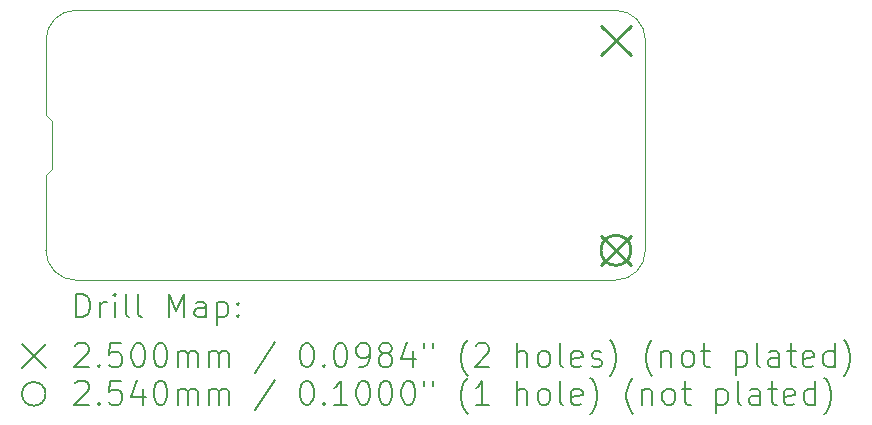
<source format=gbr>
%TF.GenerationSoftware,KiCad,Pcbnew,8.0.4-8.0.4-0~ubuntu22.04.1*%
%TF.CreationDate,2024-08-18T15:20:48-07:00*%
%TF.ProjectId,feather_M4_express,66656174-6865-4725-9f4d-345f65787072,rev?*%
%TF.SameCoordinates,Original*%
%TF.FileFunction,Drillmap*%
%TF.FilePolarity,Positive*%
%FSLAX45Y45*%
G04 Gerber Fmt 4.5, Leading zero omitted, Abs format (unit mm)*
G04 Created by KiCad (PCBNEW 8.0.4-8.0.4-0~ubuntu22.04.1) date 2024-08-18 15:20:48*
%MOMM*%
%LPD*%
G01*
G04 APERTURE LIST*
%ADD10C,0.050000*%
%ADD11C,0.200000*%
%ADD12C,0.250000*%
%ADD13C,0.254000*%
G04 APERTURE END LIST*
D10*
X20431025Y-12874525D02*
X20431025Y-13509525D01*
X20431025Y-13509525D02*
X20481825Y-13560325D01*
X20431025Y-14017525D02*
X20431025Y-14652525D01*
X20481825Y-13560325D02*
X20481825Y-13966725D01*
X20481825Y-13966725D02*
X20431025Y-14017525D01*
X20685025Y-14906525D02*
X25253415Y-14906525D01*
X25253415Y-12620525D02*
X20685025Y-12620525D01*
X25507415Y-14652525D02*
X25507415Y-12874525D01*
X20431025Y-12874525D02*
G75*
G02*
X20685025Y-12620525I254000J0D01*
G01*
X20685025Y-14906525D02*
G75*
G02*
X20431025Y-14652525I0J254000D01*
G01*
X25253415Y-12620525D02*
G75*
G02*
X25507415Y-12874525I0J-254000D01*
G01*
X25507415Y-14652525D02*
G75*
G02*
X25253415Y-14906525I-254000J0D01*
G01*
D11*
D12*
X25132760Y-12750260D02*
X25382760Y-13000260D01*
X25382760Y-12750260D02*
X25132760Y-13000260D01*
X25132760Y-14528260D02*
X25382760Y-14778260D01*
X25382760Y-14528260D02*
X25132760Y-14778260D01*
D13*
X25384760Y-14653260D02*
G75*
G02*
X25130760Y-14653260I-127000J0D01*
G01*
X25130760Y-14653260D02*
G75*
G02*
X25384760Y-14653260I127000J0D01*
G01*
D11*
X20689302Y-15220509D02*
X20689302Y-15020509D01*
X20689302Y-15020509D02*
X20736921Y-15020509D01*
X20736921Y-15020509D02*
X20765492Y-15030033D01*
X20765492Y-15030033D02*
X20784540Y-15049080D01*
X20784540Y-15049080D02*
X20794064Y-15068128D01*
X20794064Y-15068128D02*
X20803588Y-15106223D01*
X20803588Y-15106223D02*
X20803588Y-15134795D01*
X20803588Y-15134795D02*
X20794064Y-15172890D01*
X20794064Y-15172890D02*
X20784540Y-15191937D01*
X20784540Y-15191937D02*
X20765492Y-15210985D01*
X20765492Y-15210985D02*
X20736921Y-15220509D01*
X20736921Y-15220509D02*
X20689302Y-15220509D01*
X20889302Y-15220509D02*
X20889302Y-15087175D01*
X20889302Y-15125271D02*
X20898826Y-15106223D01*
X20898826Y-15106223D02*
X20908350Y-15096699D01*
X20908350Y-15096699D02*
X20927397Y-15087175D01*
X20927397Y-15087175D02*
X20946445Y-15087175D01*
X21013111Y-15220509D02*
X21013111Y-15087175D01*
X21013111Y-15020509D02*
X21003588Y-15030033D01*
X21003588Y-15030033D02*
X21013111Y-15039556D01*
X21013111Y-15039556D02*
X21022635Y-15030033D01*
X21022635Y-15030033D02*
X21013111Y-15020509D01*
X21013111Y-15020509D02*
X21013111Y-15039556D01*
X21136921Y-15220509D02*
X21117873Y-15210985D01*
X21117873Y-15210985D02*
X21108350Y-15191937D01*
X21108350Y-15191937D02*
X21108350Y-15020509D01*
X21241683Y-15220509D02*
X21222635Y-15210985D01*
X21222635Y-15210985D02*
X21213111Y-15191937D01*
X21213111Y-15191937D02*
X21213111Y-15020509D01*
X21470254Y-15220509D02*
X21470254Y-15020509D01*
X21470254Y-15020509D02*
X21536921Y-15163366D01*
X21536921Y-15163366D02*
X21603588Y-15020509D01*
X21603588Y-15020509D02*
X21603588Y-15220509D01*
X21784540Y-15220509D02*
X21784540Y-15115747D01*
X21784540Y-15115747D02*
X21775016Y-15096699D01*
X21775016Y-15096699D02*
X21755969Y-15087175D01*
X21755969Y-15087175D02*
X21717873Y-15087175D01*
X21717873Y-15087175D02*
X21698826Y-15096699D01*
X21784540Y-15210985D02*
X21765492Y-15220509D01*
X21765492Y-15220509D02*
X21717873Y-15220509D01*
X21717873Y-15220509D02*
X21698826Y-15210985D01*
X21698826Y-15210985D02*
X21689302Y-15191937D01*
X21689302Y-15191937D02*
X21689302Y-15172890D01*
X21689302Y-15172890D02*
X21698826Y-15153842D01*
X21698826Y-15153842D02*
X21717873Y-15144318D01*
X21717873Y-15144318D02*
X21765492Y-15144318D01*
X21765492Y-15144318D02*
X21784540Y-15134795D01*
X21879778Y-15087175D02*
X21879778Y-15287175D01*
X21879778Y-15096699D02*
X21898826Y-15087175D01*
X21898826Y-15087175D02*
X21936921Y-15087175D01*
X21936921Y-15087175D02*
X21955969Y-15096699D01*
X21955969Y-15096699D02*
X21965492Y-15106223D01*
X21965492Y-15106223D02*
X21975016Y-15125271D01*
X21975016Y-15125271D02*
X21975016Y-15182414D01*
X21975016Y-15182414D02*
X21965492Y-15201461D01*
X21965492Y-15201461D02*
X21955969Y-15210985D01*
X21955969Y-15210985D02*
X21936921Y-15220509D01*
X21936921Y-15220509D02*
X21898826Y-15220509D01*
X21898826Y-15220509D02*
X21879778Y-15210985D01*
X22060731Y-15201461D02*
X22070254Y-15210985D01*
X22070254Y-15210985D02*
X22060731Y-15220509D01*
X22060731Y-15220509D02*
X22051207Y-15210985D01*
X22051207Y-15210985D02*
X22060731Y-15201461D01*
X22060731Y-15201461D02*
X22060731Y-15220509D01*
X22060731Y-15096699D02*
X22070254Y-15106223D01*
X22070254Y-15106223D02*
X22060731Y-15115747D01*
X22060731Y-15115747D02*
X22051207Y-15106223D01*
X22051207Y-15106223D02*
X22060731Y-15096699D01*
X22060731Y-15096699D02*
X22060731Y-15115747D01*
X20228525Y-15449025D02*
X20428525Y-15649025D01*
X20428525Y-15449025D02*
X20228525Y-15649025D01*
X20679778Y-15459556D02*
X20689302Y-15450033D01*
X20689302Y-15450033D02*
X20708350Y-15440509D01*
X20708350Y-15440509D02*
X20755969Y-15440509D01*
X20755969Y-15440509D02*
X20775016Y-15450033D01*
X20775016Y-15450033D02*
X20784540Y-15459556D01*
X20784540Y-15459556D02*
X20794064Y-15478604D01*
X20794064Y-15478604D02*
X20794064Y-15497652D01*
X20794064Y-15497652D02*
X20784540Y-15526223D01*
X20784540Y-15526223D02*
X20670254Y-15640509D01*
X20670254Y-15640509D02*
X20794064Y-15640509D01*
X20879778Y-15621461D02*
X20889302Y-15630985D01*
X20889302Y-15630985D02*
X20879778Y-15640509D01*
X20879778Y-15640509D02*
X20870254Y-15630985D01*
X20870254Y-15630985D02*
X20879778Y-15621461D01*
X20879778Y-15621461D02*
X20879778Y-15640509D01*
X21070254Y-15440509D02*
X20975016Y-15440509D01*
X20975016Y-15440509D02*
X20965492Y-15535747D01*
X20965492Y-15535747D02*
X20975016Y-15526223D01*
X20975016Y-15526223D02*
X20994064Y-15516699D01*
X20994064Y-15516699D02*
X21041683Y-15516699D01*
X21041683Y-15516699D02*
X21060731Y-15526223D01*
X21060731Y-15526223D02*
X21070254Y-15535747D01*
X21070254Y-15535747D02*
X21079778Y-15554795D01*
X21079778Y-15554795D02*
X21079778Y-15602414D01*
X21079778Y-15602414D02*
X21070254Y-15621461D01*
X21070254Y-15621461D02*
X21060731Y-15630985D01*
X21060731Y-15630985D02*
X21041683Y-15640509D01*
X21041683Y-15640509D02*
X20994064Y-15640509D01*
X20994064Y-15640509D02*
X20975016Y-15630985D01*
X20975016Y-15630985D02*
X20965492Y-15621461D01*
X21203588Y-15440509D02*
X21222635Y-15440509D01*
X21222635Y-15440509D02*
X21241683Y-15450033D01*
X21241683Y-15450033D02*
X21251207Y-15459556D01*
X21251207Y-15459556D02*
X21260731Y-15478604D01*
X21260731Y-15478604D02*
X21270254Y-15516699D01*
X21270254Y-15516699D02*
X21270254Y-15564318D01*
X21270254Y-15564318D02*
X21260731Y-15602414D01*
X21260731Y-15602414D02*
X21251207Y-15621461D01*
X21251207Y-15621461D02*
X21241683Y-15630985D01*
X21241683Y-15630985D02*
X21222635Y-15640509D01*
X21222635Y-15640509D02*
X21203588Y-15640509D01*
X21203588Y-15640509D02*
X21184540Y-15630985D01*
X21184540Y-15630985D02*
X21175016Y-15621461D01*
X21175016Y-15621461D02*
X21165492Y-15602414D01*
X21165492Y-15602414D02*
X21155969Y-15564318D01*
X21155969Y-15564318D02*
X21155969Y-15516699D01*
X21155969Y-15516699D02*
X21165492Y-15478604D01*
X21165492Y-15478604D02*
X21175016Y-15459556D01*
X21175016Y-15459556D02*
X21184540Y-15450033D01*
X21184540Y-15450033D02*
X21203588Y-15440509D01*
X21394064Y-15440509D02*
X21413112Y-15440509D01*
X21413112Y-15440509D02*
X21432159Y-15450033D01*
X21432159Y-15450033D02*
X21441683Y-15459556D01*
X21441683Y-15459556D02*
X21451207Y-15478604D01*
X21451207Y-15478604D02*
X21460731Y-15516699D01*
X21460731Y-15516699D02*
X21460731Y-15564318D01*
X21460731Y-15564318D02*
X21451207Y-15602414D01*
X21451207Y-15602414D02*
X21441683Y-15621461D01*
X21441683Y-15621461D02*
X21432159Y-15630985D01*
X21432159Y-15630985D02*
X21413112Y-15640509D01*
X21413112Y-15640509D02*
X21394064Y-15640509D01*
X21394064Y-15640509D02*
X21375016Y-15630985D01*
X21375016Y-15630985D02*
X21365492Y-15621461D01*
X21365492Y-15621461D02*
X21355969Y-15602414D01*
X21355969Y-15602414D02*
X21346445Y-15564318D01*
X21346445Y-15564318D02*
X21346445Y-15516699D01*
X21346445Y-15516699D02*
X21355969Y-15478604D01*
X21355969Y-15478604D02*
X21365492Y-15459556D01*
X21365492Y-15459556D02*
X21375016Y-15450033D01*
X21375016Y-15450033D02*
X21394064Y-15440509D01*
X21546445Y-15640509D02*
X21546445Y-15507175D01*
X21546445Y-15526223D02*
X21555969Y-15516699D01*
X21555969Y-15516699D02*
X21575016Y-15507175D01*
X21575016Y-15507175D02*
X21603588Y-15507175D01*
X21603588Y-15507175D02*
X21622635Y-15516699D01*
X21622635Y-15516699D02*
X21632159Y-15535747D01*
X21632159Y-15535747D02*
X21632159Y-15640509D01*
X21632159Y-15535747D02*
X21641683Y-15516699D01*
X21641683Y-15516699D02*
X21660731Y-15507175D01*
X21660731Y-15507175D02*
X21689302Y-15507175D01*
X21689302Y-15507175D02*
X21708350Y-15516699D01*
X21708350Y-15516699D02*
X21717873Y-15535747D01*
X21717873Y-15535747D02*
X21717873Y-15640509D01*
X21813112Y-15640509D02*
X21813112Y-15507175D01*
X21813112Y-15526223D02*
X21822635Y-15516699D01*
X21822635Y-15516699D02*
X21841683Y-15507175D01*
X21841683Y-15507175D02*
X21870254Y-15507175D01*
X21870254Y-15507175D02*
X21889302Y-15516699D01*
X21889302Y-15516699D02*
X21898826Y-15535747D01*
X21898826Y-15535747D02*
X21898826Y-15640509D01*
X21898826Y-15535747D02*
X21908350Y-15516699D01*
X21908350Y-15516699D02*
X21927397Y-15507175D01*
X21927397Y-15507175D02*
X21955969Y-15507175D01*
X21955969Y-15507175D02*
X21975016Y-15516699D01*
X21975016Y-15516699D02*
X21984540Y-15535747D01*
X21984540Y-15535747D02*
X21984540Y-15640509D01*
X22375016Y-15430985D02*
X22203588Y-15688128D01*
X22632159Y-15440509D02*
X22651207Y-15440509D01*
X22651207Y-15440509D02*
X22670254Y-15450033D01*
X22670254Y-15450033D02*
X22679778Y-15459556D01*
X22679778Y-15459556D02*
X22689302Y-15478604D01*
X22689302Y-15478604D02*
X22698826Y-15516699D01*
X22698826Y-15516699D02*
X22698826Y-15564318D01*
X22698826Y-15564318D02*
X22689302Y-15602414D01*
X22689302Y-15602414D02*
X22679778Y-15621461D01*
X22679778Y-15621461D02*
X22670254Y-15630985D01*
X22670254Y-15630985D02*
X22651207Y-15640509D01*
X22651207Y-15640509D02*
X22632159Y-15640509D01*
X22632159Y-15640509D02*
X22613112Y-15630985D01*
X22613112Y-15630985D02*
X22603588Y-15621461D01*
X22603588Y-15621461D02*
X22594064Y-15602414D01*
X22594064Y-15602414D02*
X22584540Y-15564318D01*
X22584540Y-15564318D02*
X22584540Y-15516699D01*
X22584540Y-15516699D02*
X22594064Y-15478604D01*
X22594064Y-15478604D02*
X22603588Y-15459556D01*
X22603588Y-15459556D02*
X22613112Y-15450033D01*
X22613112Y-15450033D02*
X22632159Y-15440509D01*
X22784540Y-15621461D02*
X22794064Y-15630985D01*
X22794064Y-15630985D02*
X22784540Y-15640509D01*
X22784540Y-15640509D02*
X22775016Y-15630985D01*
X22775016Y-15630985D02*
X22784540Y-15621461D01*
X22784540Y-15621461D02*
X22784540Y-15640509D01*
X22917873Y-15440509D02*
X22936921Y-15440509D01*
X22936921Y-15440509D02*
X22955969Y-15450033D01*
X22955969Y-15450033D02*
X22965493Y-15459556D01*
X22965493Y-15459556D02*
X22975016Y-15478604D01*
X22975016Y-15478604D02*
X22984540Y-15516699D01*
X22984540Y-15516699D02*
X22984540Y-15564318D01*
X22984540Y-15564318D02*
X22975016Y-15602414D01*
X22975016Y-15602414D02*
X22965493Y-15621461D01*
X22965493Y-15621461D02*
X22955969Y-15630985D01*
X22955969Y-15630985D02*
X22936921Y-15640509D01*
X22936921Y-15640509D02*
X22917873Y-15640509D01*
X22917873Y-15640509D02*
X22898826Y-15630985D01*
X22898826Y-15630985D02*
X22889302Y-15621461D01*
X22889302Y-15621461D02*
X22879778Y-15602414D01*
X22879778Y-15602414D02*
X22870254Y-15564318D01*
X22870254Y-15564318D02*
X22870254Y-15516699D01*
X22870254Y-15516699D02*
X22879778Y-15478604D01*
X22879778Y-15478604D02*
X22889302Y-15459556D01*
X22889302Y-15459556D02*
X22898826Y-15450033D01*
X22898826Y-15450033D02*
X22917873Y-15440509D01*
X23079778Y-15640509D02*
X23117873Y-15640509D01*
X23117873Y-15640509D02*
X23136921Y-15630985D01*
X23136921Y-15630985D02*
X23146445Y-15621461D01*
X23146445Y-15621461D02*
X23165493Y-15592890D01*
X23165493Y-15592890D02*
X23175016Y-15554795D01*
X23175016Y-15554795D02*
X23175016Y-15478604D01*
X23175016Y-15478604D02*
X23165493Y-15459556D01*
X23165493Y-15459556D02*
X23155969Y-15450033D01*
X23155969Y-15450033D02*
X23136921Y-15440509D01*
X23136921Y-15440509D02*
X23098826Y-15440509D01*
X23098826Y-15440509D02*
X23079778Y-15450033D01*
X23079778Y-15450033D02*
X23070254Y-15459556D01*
X23070254Y-15459556D02*
X23060731Y-15478604D01*
X23060731Y-15478604D02*
X23060731Y-15526223D01*
X23060731Y-15526223D02*
X23070254Y-15545271D01*
X23070254Y-15545271D02*
X23079778Y-15554795D01*
X23079778Y-15554795D02*
X23098826Y-15564318D01*
X23098826Y-15564318D02*
X23136921Y-15564318D01*
X23136921Y-15564318D02*
X23155969Y-15554795D01*
X23155969Y-15554795D02*
X23165493Y-15545271D01*
X23165493Y-15545271D02*
X23175016Y-15526223D01*
X23289302Y-15526223D02*
X23270254Y-15516699D01*
X23270254Y-15516699D02*
X23260731Y-15507175D01*
X23260731Y-15507175D02*
X23251207Y-15488128D01*
X23251207Y-15488128D02*
X23251207Y-15478604D01*
X23251207Y-15478604D02*
X23260731Y-15459556D01*
X23260731Y-15459556D02*
X23270254Y-15450033D01*
X23270254Y-15450033D02*
X23289302Y-15440509D01*
X23289302Y-15440509D02*
X23327397Y-15440509D01*
X23327397Y-15440509D02*
X23346445Y-15450033D01*
X23346445Y-15450033D02*
X23355969Y-15459556D01*
X23355969Y-15459556D02*
X23365493Y-15478604D01*
X23365493Y-15478604D02*
X23365493Y-15488128D01*
X23365493Y-15488128D02*
X23355969Y-15507175D01*
X23355969Y-15507175D02*
X23346445Y-15516699D01*
X23346445Y-15516699D02*
X23327397Y-15526223D01*
X23327397Y-15526223D02*
X23289302Y-15526223D01*
X23289302Y-15526223D02*
X23270254Y-15535747D01*
X23270254Y-15535747D02*
X23260731Y-15545271D01*
X23260731Y-15545271D02*
X23251207Y-15564318D01*
X23251207Y-15564318D02*
X23251207Y-15602414D01*
X23251207Y-15602414D02*
X23260731Y-15621461D01*
X23260731Y-15621461D02*
X23270254Y-15630985D01*
X23270254Y-15630985D02*
X23289302Y-15640509D01*
X23289302Y-15640509D02*
X23327397Y-15640509D01*
X23327397Y-15640509D02*
X23346445Y-15630985D01*
X23346445Y-15630985D02*
X23355969Y-15621461D01*
X23355969Y-15621461D02*
X23365493Y-15602414D01*
X23365493Y-15602414D02*
X23365493Y-15564318D01*
X23365493Y-15564318D02*
X23355969Y-15545271D01*
X23355969Y-15545271D02*
X23346445Y-15535747D01*
X23346445Y-15535747D02*
X23327397Y-15526223D01*
X23536921Y-15507175D02*
X23536921Y-15640509D01*
X23489302Y-15430985D02*
X23441683Y-15573842D01*
X23441683Y-15573842D02*
X23565493Y-15573842D01*
X23632159Y-15440509D02*
X23632159Y-15478604D01*
X23708350Y-15440509D02*
X23708350Y-15478604D01*
X24003588Y-15716699D02*
X23994064Y-15707175D01*
X23994064Y-15707175D02*
X23975016Y-15678604D01*
X23975016Y-15678604D02*
X23965493Y-15659556D01*
X23965493Y-15659556D02*
X23955969Y-15630985D01*
X23955969Y-15630985D02*
X23946445Y-15583366D01*
X23946445Y-15583366D02*
X23946445Y-15545271D01*
X23946445Y-15545271D02*
X23955969Y-15497652D01*
X23955969Y-15497652D02*
X23965493Y-15469080D01*
X23965493Y-15469080D02*
X23975016Y-15450033D01*
X23975016Y-15450033D02*
X23994064Y-15421461D01*
X23994064Y-15421461D02*
X24003588Y-15411937D01*
X24070255Y-15459556D02*
X24079778Y-15450033D01*
X24079778Y-15450033D02*
X24098826Y-15440509D01*
X24098826Y-15440509D02*
X24146445Y-15440509D01*
X24146445Y-15440509D02*
X24165493Y-15450033D01*
X24165493Y-15450033D02*
X24175016Y-15459556D01*
X24175016Y-15459556D02*
X24184540Y-15478604D01*
X24184540Y-15478604D02*
X24184540Y-15497652D01*
X24184540Y-15497652D02*
X24175016Y-15526223D01*
X24175016Y-15526223D02*
X24060731Y-15640509D01*
X24060731Y-15640509D02*
X24184540Y-15640509D01*
X24422636Y-15640509D02*
X24422636Y-15440509D01*
X24508350Y-15640509D02*
X24508350Y-15535747D01*
X24508350Y-15535747D02*
X24498826Y-15516699D01*
X24498826Y-15516699D02*
X24479778Y-15507175D01*
X24479778Y-15507175D02*
X24451207Y-15507175D01*
X24451207Y-15507175D02*
X24432159Y-15516699D01*
X24432159Y-15516699D02*
X24422636Y-15526223D01*
X24632159Y-15640509D02*
X24613112Y-15630985D01*
X24613112Y-15630985D02*
X24603588Y-15621461D01*
X24603588Y-15621461D02*
X24594064Y-15602414D01*
X24594064Y-15602414D02*
X24594064Y-15545271D01*
X24594064Y-15545271D02*
X24603588Y-15526223D01*
X24603588Y-15526223D02*
X24613112Y-15516699D01*
X24613112Y-15516699D02*
X24632159Y-15507175D01*
X24632159Y-15507175D02*
X24660731Y-15507175D01*
X24660731Y-15507175D02*
X24679778Y-15516699D01*
X24679778Y-15516699D02*
X24689302Y-15526223D01*
X24689302Y-15526223D02*
X24698826Y-15545271D01*
X24698826Y-15545271D02*
X24698826Y-15602414D01*
X24698826Y-15602414D02*
X24689302Y-15621461D01*
X24689302Y-15621461D02*
X24679778Y-15630985D01*
X24679778Y-15630985D02*
X24660731Y-15640509D01*
X24660731Y-15640509D02*
X24632159Y-15640509D01*
X24813112Y-15640509D02*
X24794064Y-15630985D01*
X24794064Y-15630985D02*
X24784540Y-15611937D01*
X24784540Y-15611937D02*
X24784540Y-15440509D01*
X24965493Y-15630985D02*
X24946445Y-15640509D01*
X24946445Y-15640509D02*
X24908350Y-15640509D01*
X24908350Y-15640509D02*
X24889302Y-15630985D01*
X24889302Y-15630985D02*
X24879778Y-15611937D01*
X24879778Y-15611937D02*
X24879778Y-15535747D01*
X24879778Y-15535747D02*
X24889302Y-15516699D01*
X24889302Y-15516699D02*
X24908350Y-15507175D01*
X24908350Y-15507175D02*
X24946445Y-15507175D01*
X24946445Y-15507175D02*
X24965493Y-15516699D01*
X24965493Y-15516699D02*
X24975017Y-15535747D01*
X24975017Y-15535747D02*
X24975017Y-15554795D01*
X24975017Y-15554795D02*
X24879778Y-15573842D01*
X25051207Y-15630985D02*
X25070255Y-15640509D01*
X25070255Y-15640509D02*
X25108350Y-15640509D01*
X25108350Y-15640509D02*
X25127398Y-15630985D01*
X25127398Y-15630985D02*
X25136921Y-15611937D01*
X25136921Y-15611937D02*
X25136921Y-15602414D01*
X25136921Y-15602414D02*
X25127398Y-15583366D01*
X25127398Y-15583366D02*
X25108350Y-15573842D01*
X25108350Y-15573842D02*
X25079778Y-15573842D01*
X25079778Y-15573842D02*
X25060731Y-15564318D01*
X25060731Y-15564318D02*
X25051207Y-15545271D01*
X25051207Y-15545271D02*
X25051207Y-15535747D01*
X25051207Y-15535747D02*
X25060731Y-15516699D01*
X25060731Y-15516699D02*
X25079778Y-15507175D01*
X25079778Y-15507175D02*
X25108350Y-15507175D01*
X25108350Y-15507175D02*
X25127398Y-15516699D01*
X25203588Y-15716699D02*
X25213112Y-15707175D01*
X25213112Y-15707175D02*
X25232159Y-15678604D01*
X25232159Y-15678604D02*
X25241683Y-15659556D01*
X25241683Y-15659556D02*
X25251207Y-15630985D01*
X25251207Y-15630985D02*
X25260731Y-15583366D01*
X25260731Y-15583366D02*
X25260731Y-15545271D01*
X25260731Y-15545271D02*
X25251207Y-15497652D01*
X25251207Y-15497652D02*
X25241683Y-15469080D01*
X25241683Y-15469080D02*
X25232159Y-15450033D01*
X25232159Y-15450033D02*
X25213112Y-15421461D01*
X25213112Y-15421461D02*
X25203588Y-15411937D01*
X25565493Y-15716699D02*
X25555969Y-15707175D01*
X25555969Y-15707175D02*
X25536921Y-15678604D01*
X25536921Y-15678604D02*
X25527398Y-15659556D01*
X25527398Y-15659556D02*
X25517874Y-15630985D01*
X25517874Y-15630985D02*
X25508350Y-15583366D01*
X25508350Y-15583366D02*
X25508350Y-15545271D01*
X25508350Y-15545271D02*
X25517874Y-15497652D01*
X25517874Y-15497652D02*
X25527398Y-15469080D01*
X25527398Y-15469080D02*
X25536921Y-15450033D01*
X25536921Y-15450033D02*
X25555969Y-15421461D01*
X25555969Y-15421461D02*
X25565493Y-15411937D01*
X25641683Y-15507175D02*
X25641683Y-15640509D01*
X25641683Y-15526223D02*
X25651207Y-15516699D01*
X25651207Y-15516699D02*
X25670255Y-15507175D01*
X25670255Y-15507175D02*
X25698826Y-15507175D01*
X25698826Y-15507175D02*
X25717874Y-15516699D01*
X25717874Y-15516699D02*
X25727398Y-15535747D01*
X25727398Y-15535747D02*
X25727398Y-15640509D01*
X25851207Y-15640509D02*
X25832159Y-15630985D01*
X25832159Y-15630985D02*
X25822636Y-15621461D01*
X25822636Y-15621461D02*
X25813112Y-15602414D01*
X25813112Y-15602414D02*
X25813112Y-15545271D01*
X25813112Y-15545271D02*
X25822636Y-15526223D01*
X25822636Y-15526223D02*
X25832159Y-15516699D01*
X25832159Y-15516699D02*
X25851207Y-15507175D01*
X25851207Y-15507175D02*
X25879779Y-15507175D01*
X25879779Y-15507175D02*
X25898826Y-15516699D01*
X25898826Y-15516699D02*
X25908350Y-15526223D01*
X25908350Y-15526223D02*
X25917874Y-15545271D01*
X25917874Y-15545271D02*
X25917874Y-15602414D01*
X25917874Y-15602414D02*
X25908350Y-15621461D01*
X25908350Y-15621461D02*
X25898826Y-15630985D01*
X25898826Y-15630985D02*
X25879779Y-15640509D01*
X25879779Y-15640509D02*
X25851207Y-15640509D01*
X25975017Y-15507175D02*
X26051207Y-15507175D01*
X26003588Y-15440509D02*
X26003588Y-15611937D01*
X26003588Y-15611937D02*
X26013112Y-15630985D01*
X26013112Y-15630985D02*
X26032159Y-15640509D01*
X26032159Y-15640509D02*
X26051207Y-15640509D01*
X26270255Y-15507175D02*
X26270255Y-15707175D01*
X26270255Y-15516699D02*
X26289302Y-15507175D01*
X26289302Y-15507175D02*
X26327398Y-15507175D01*
X26327398Y-15507175D02*
X26346445Y-15516699D01*
X26346445Y-15516699D02*
X26355969Y-15526223D01*
X26355969Y-15526223D02*
X26365493Y-15545271D01*
X26365493Y-15545271D02*
X26365493Y-15602414D01*
X26365493Y-15602414D02*
X26355969Y-15621461D01*
X26355969Y-15621461D02*
X26346445Y-15630985D01*
X26346445Y-15630985D02*
X26327398Y-15640509D01*
X26327398Y-15640509D02*
X26289302Y-15640509D01*
X26289302Y-15640509D02*
X26270255Y-15630985D01*
X26479779Y-15640509D02*
X26460731Y-15630985D01*
X26460731Y-15630985D02*
X26451207Y-15611937D01*
X26451207Y-15611937D02*
X26451207Y-15440509D01*
X26641683Y-15640509D02*
X26641683Y-15535747D01*
X26641683Y-15535747D02*
X26632160Y-15516699D01*
X26632160Y-15516699D02*
X26613112Y-15507175D01*
X26613112Y-15507175D02*
X26575017Y-15507175D01*
X26575017Y-15507175D02*
X26555969Y-15516699D01*
X26641683Y-15630985D02*
X26622636Y-15640509D01*
X26622636Y-15640509D02*
X26575017Y-15640509D01*
X26575017Y-15640509D02*
X26555969Y-15630985D01*
X26555969Y-15630985D02*
X26546445Y-15611937D01*
X26546445Y-15611937D02*
X26546445Y-15592890D01*
X26546445Y-15592890D02*
X26555969Y-15573842D01*
X26555969Y-15573842D02*
X26575017Y-15564318D01*
X26575017Y-15564318D02*
X26622636Y-15564318D01*
X26622636Y-15564318D02*
X26641683Y-15554795D01*
X26708350Y-15507175D02*
X26784540Y-15507175D01*
X26736921Y-15440509D02*
X26736921Y-15611937D01*
X26736921Y-15611937D02*
X26746445Y-15630985D01*
X26746445Y-15630985D02*
X26765493Y-15640509D01*
X26765493Y-15640509D02*
X26784540Y-15640509D01*
X26927398Y-15630985D02*
X26908350Y-15640509D01*
X26908350Y-15640509D02*
X26870255Y-15640509D01*
X26870255Y-15640509D02*
X26851207Y-15630985D01*
X26851207Y-15630985D02*
X26841683Y-15611937D01*
X26841683Y-15611937D02*
X26841683Y-15535747D01*
X26841683Y-15535747D02*
X26851207Y-15516699D01*
X26851207Y-15516699D02*
X26870255Y-15507175D01*
X26870255Y-15507175D02*
X26908350Y-15507175D01*
X26908350Y-15507175D02*
X26927398Y-15516699D01*
X26927398Y-15516699D02*
X26936921Y-15535747D01*
X26936921Y-15535747D02*
X26936921Y-15554795D01*
X26936921Y-15554795D02*
X26841683Y-15573842D01*
X27108350Y-15640509D02*
X27108350Y-15440509D01*
X27108350Y-15630985D02*
X27089302Y-15640509D01*
X27089302Y-15640509D02*
X27051207Y-15640509D01*
X27051207Y-15640509D02*
X27032160Y-15630985D01*
X27032160Y-15630985D02*
X27022636Y-15621461D01*
X27022636Y-15621461D02*
X27013112Y-15602414D01*
X27013112Y-15602414D02*
X27013112Y-15545271D01*
X27013112Y-15545271D02*
X27022636Y-15526223D01*
X27022636Y-15526223D02*
X27032160Y-15516699D01*
X27032160Y-15516699D02*
X27051207Y-15507175D01*
X27051207Y-15507175D02*
X27089302Y-15507175D01*
X27089302Y-15507175D02*
X27108350Y-15516699D01*
X27184541Y-15716699D02*
X27194064Y-15707175D01*
X27194064Y-15707175D02*
X27213112Y-15678604D01*
X27213112Y-15678604D02*
X27222636Y-15659556D01*
X27222636Y-15659556D02*
X27232160Y-15630985D01*
X27232160Y-15630985D02*
X27241683Y-15583366D01*
X27241683Y-15583366D02*
X27241683Y-15545271D01*
X27241683Y-15545271D02*
X27232160Y-15497652D01*
X27232160Y-15497652D02*
X27222636Y-15469080D01*
X27222636Y-15469080D02*
X27213112Y-15450033D01*
X27213112Y-15450033D02*
X27194064Y-15421461D01*
X27194064Y-15421461D02*
X27184541Y-15411937D01*
X20428525Y-15869025D02*
G75*
G02*
X20228525Y-15869025I-100000J0D01*
G01*
X20228525Y-15869025D02*
G75*
G02*
X20428525Y-15869025I100000J0D01*
G01*
X20679778Y-15779556D02*
X20689302Y-15770033D01*
X20689302Y-15770033D02*
X20708350Y-15760509D01*
X20708350Y-15760509D02*
X20755969Y-15760509D01*
X20755969Y-15760509D02*
X20775016Y-15770033D01*
X20775016Y-15770033D02*
X20784540Y-15779556D01*
X20784540Y-15779556D02*
X20794064Y-15798604D01*
X20794064Y-15798604D02*
X20794064Y-15817652D01*
X20794064Y-15817652D02*
X20784540Y-15846223D01*
X20784540Y-15846223D02*
X20670254Y-15960509D01*
X20670254Y-15960509D02*
X20794064Y-15960509D01*
X20879778Y-15941461D02*
X20889302Y-15950985D01*
X20889302Y-15950985D02*
X20879778Y-15960509D01*
X20879778Y-15960509D02*
X20870254Y-15950985D01*
X20870254Y-15950985D02*
X20879778Y-15941461D01*
X20879778Y-15941461D02*
X20879778Y-15960509D01*
X21070254Y-15760509D02*
X20975016Y-15760509D01*
X20975016Y-15760509D02*
X20965492Y-15855747D01*
X20965492Y-15855747D02*
X20975016Y-15846223D01*
X20975016Y-15846223D02*
X20994064Y-15836699D01*
X20994064Y-15836699D02*
X21041683Y-15836699D01*
X21041683Y-15836699D02*
X21060731Y-15846223D01*
X21060731Y-15846223D02*
X21070254Y-15855747D01*
X21070254Y-15855747D02*
X21079778Y-15874795D01*
X21079778Y-15874795D02*
X21079778Y-15922414D01*
X21079778Y-15922414D02*
X21070254Y-15941461D01*
X21070254Y-15941461D02*
X21060731Y-15950985D01*
X21060731Y-15950985D02*
X21041683Y-15960509D01*
X21041683Y-15960509D02*
X20994064Y-15960509D01*
X20994064Y-15960509D02*
X20975016Y-15950985D01*
X20975016Y-15950985D02*
X20965492Y-15941461D01*
X21251207Y-15827175D02*
X21251207Y-15960509D01*
X21203588Y-15750985D02*
X21155969Y-15893842D01*
X21155969Y-15893842D02*
X21279778Y-15893842D01*
X21394064Y-15760509D02*
X21413112Y-15760509D01*
X21413112Y-15760509D02*
X21432159Y-15770033D01*
X21432159Y-15770033D02*
X21441683Y-15779556D01*
X21441683Y-15779556D02*
X21451207Y-15798604D01*
X21451207Y-15798604D02*
X21460731Y-15836699D01*
X21460731Y-15836699D02*
X21460731Y-15884318D01*
X21460731Y-15884318D02*
X21451207Y-15922414D01*
X21451207Y-15922414D02*
X21441683Y-15941461D01*
X21441683Y-15941461D02*
X21432159Y-15950985D01*
X21432159Y-15950985D02*
X21413112Y-15960509D01*
X21413112Y-15960509D02*
X21394064Y-15960509D01*
X21394064Y-15960509D02*
X21375016Y-15950985D01*
X21375016Y-15950985D02*
X21365492Y-15941461D01*
X21365492Y-15941461D02*
X21355969Y-15922414D01*
X21355969Y-15922414D02*
X21346445Y-15884318D01*
X21346445Y-15884318D02*
X21346445Y-15836699D01*
X21346445Y-15836699D02*
X21355969Y-15798604D01*
X21355969Y-15798604D02*
X21365492Y-15779556D01*
X21365492Y-15779556D02*
X21375016Y-15770033D01*
X21375016Y-15770033D02*
X21394064Y-15760509D01*
X21546445Y-15960509D02*
X21546445Y-15827175D01*
X21546445Y-15846223D02*
X21555969Y-15836699D01*
X21555969Y-15836699D02*
X21575016Y-15827175D01*
X21575016Y-15827175D02*
X21603588Y-15827175D01*
X21603588Y-15827175D02*
X21622635Y-15836699D01*
X21622635Y-15836699D02*
X21632159Y-15855747D01*
X21632159Y-15855747D02*
X21632159Y-15960509D01*
X21632159Y-15855747D02*
X21641683Y-15836699D01*
X21641683Y-15836699D02*
X21660731Y-15827175D01*
X21660731Y-15827175D02*
X21689302Y-15827175D01*
X21689302Y-15827175D02*
X21708350Y-15836699D01*
X21708350Y-15836699D02*
X21717873Y-15855747D01*
X21717873Y-15855747D02*
X21717873Y-15960509D01*
X21813112Y-15960509D02*
X21813112Y-15827175D01*
X21813112Y-15846223D02*
X21822635Y-15836699D01*
X21822635Y-15836699D02*
X21841683Y-15827175D01*
X21841683Y-15827175D02*
X21870254Y-15827175D01*
X21870254Y-15827175D02*
X21889302Y-15836699D01*
X21889302Y-15836699D02*
X21898826Y-15855747D01*
X21898826Y-15855747D02*
X21898826Y-15960509D01*
X21898826Y-15855747D02*
X21908350Y-15836699D01*
X21908350Y-15836699D02*
X21927397Y-15827175D01*
X21927397Y-15827175D02*
X21955969Y-15827175D01*
X21955969Y-15827175D02*
X21975016Y-15836699D01*
X21975016Y-15836699D02*
X21984540Y-15855747D01*
X21984540Y-15855747D02*
X21984540Y-15960509D01*
X22375016Y-15750985D02*
X22203588Y-16008128D01*
X22632159Y-15760509D02*
X22651207Y-15760509D01*
X22651207Y-15760509D02*
X22670254Y-15770033D01*
X22670254Y-15770033D02*
X22679778Y-15779556D01*
X22679778Y-15779556D02*
X22689302Y-15798604D01*
X22689302Y-15798604D02*
X22698826Y-15836699D01*
X22698826Y-15836699D02*
X22698826Y-15884318D01*
X22698826Y-15884318D02*
X22689302Y-15922414D01*
X22689302Y-15922414D02*
X22679778Y-15941461D01*
X22679778Y-15941461D02*
X22670254Y-15950985D01*
X22670254Y-15950985D02*
X22651207Y-15960509D01*
X22651207Y-15960509D02*
X22632159Y-15960509D01*
X22632159Y-15960509D02*
X22613112Y-15950985D01*
X22613112Y-15950985D02*
X22603588Y-15941461D01*
X22603588Y-15941461D02*
X22594064Y-15922414D01*
X22594064Y-15922414D02*
X22584540Y-15884318D01*
X22584540Y-15884318D02*
X22584540Y-15836699D01*
X22584540Y-15836699D02*
X22594064Y-15798604D01*
X22594064Y-15798604D02*
X22603588Y-15779556D01*
X22603588Y-15779556D02*
X22613112Y-15770033D01*
X22613112Y-15770033D02*
X22632159Y-15760509D01*
X22784540Y-15941461D02*
X22794064Y-15950985D01*
X22794064Y-15950985D02*
X22784540Y-15960509D01*
X22784540Y-15960509D02*
X22775016Y-15950985D01*
X22775016Y-15950985D02*
X22784540Y-15941461D01*
X22784540Y-15941461D02*
X22784540Y-15960509D01*
X22984540Y-15960509D02*
X22870254Y-15960509D01*
X22927397Y-15960509D02*
X22927397Y-15760509D01*
X22927397Y-15760509D02*
X22908350Y-15789080D01*
X22908350Y-15789080D02*
X22889302Y-15808128D01*
X22889302Y-15808128D02*
X22870254Y-15817652D01*
X23108350Y-15760509D02*
X23127397Y-15760509D01*
X23127397Y-15760509D02*
X23146445Y-15770033D01*
X23146445Y-15770033D02*
X23155969Y-15779556D01*
X23155969Y-15779556D02*
X23165493Y-15798604D01*
X23165493Y-15798604D02*
X23175016Y-15836699D01*
X23175016Y-15836699D02*
X23175016Y-15884318D01*
X23175016Y-15884318D02*
X23165493Y-15922414D01*
X23165493Y-15922414D02*
X23155969Y-15941461D01*
X23155969Y-15941461D02*
X23146445Y-15950985D01*
X23146445Y-15950985D02*
X23127397Y-15960509D01*
X23127397Y-15960509D02*
X23108350Y-15960509D01*
X23108350Y-15960509D02*
X23089302Y-15950985D01*
X23089302Y-15950985D02*
X23079778Y-15941461D01*
X23079778Y-15941461D02*
X23070254Y-15922414D01*
X23070254Y-15922414D02*
X23060731Y-15884318D01*
X23060731Y-15884318D02*
X23060731Y-15836699D01*
X23060731Y-15836699D02*
X23070254Y-15798604D01*
X23070254Y-15798604D02*
X23079778Y-15779556D01*
X23079778Y-15779556D02*
X23089302Y-15770033D01*
X23089302Y-15770033D02*
X23108350Y-15760509D01*
X23298826Y-15760509D02*
X23317874Y-15760509D01*
X23317874Y-15760509D02*
X23336921Y-15770033D01*
X23336921Y-15770033D02*
X23346445Y-15779556D01*
X23346445Y-15779556D02*
X23355969Y-15798604D01*
X23355969Y-15798604D02*
X23365493Y-15836699D01*
X23365493Y-15836699D02*
X23365493Y-15884318D01*
X23365493Y-15884318D02*
X23355969Y-15922414D01*
X23355969Y-15922414D02*
X23346445Y-15941461D01*
X23346445Y-15941461D02*
X23336921Y-15950985D01*
X23336921Y-15950985D02*
X23317874Y-15960509D01*
X23317874Y-15960509D02*
X23298826Y-15960509D01*
X23298826Y-15960509D02*
X23279778Y-15950985D01*
X23279778Y-15950985D02*
X23270254Y-15941461D01*
X23270254Y-15941461D02*
X23260731Y-15922414D01*
X23260731Y-15922414D02*
X23251207Y-15884318D01*
X23251207Y-15884318D02*
X23251207Y-15836699D01*
X23251207Y-15836699D02*
X23260731Y-15798604D01*
X23260731Y-15798604D02*
X23270254Y-15779556D01*
X23270254Y-15779556D02*
X23279778Y-15770033D01*
X23279778Y-15770033D02*
X23298826Y-15760509D01*
X23489302Y-15760509D02*
X23508350Y-15760509D01*
X23508350Y-15760509D02*
X23527397Y-15770033D01*
X23527397Y-15770033D02*
X23536921Y-15779556D01*
X23536921Y-15779556D02*
X23546445Y-15798604D01*
X23546445Y-15798604D02*
X23555969Y-15836699D01*
X23555969Y-15836699D02*
X23555969Y-15884318D01*
X23555969Y-15884318D02*
X23546445Y-15922414D01*
X23546445Y-15922414D02*
X23536921Y-15941461D01*
X23536921Y-15941461D02*
X23527397Y-15950985D01*
X23527397Y-15950985D02*
X23508350Y-15960509D01*
X23508350Y-15960509D02*
X23489302Y-15960509D01*
X23489302Y-15960509D02*
X23470254Y-15950985D01*
X23470254Y-15950985D02*
X23460731Y-15941461D01*
X23460731Y-15941461D02*
X23451207Y-15922414D01*
X23451207Y-15922414D02*
X23441683Y-15884318D01*
X23441683Y-15884318D02*
X23441683Y-15836699D01*
X23441683Y-15836699D02*
X23451207Y-15798604D01*
X23451207Y-15798604D02*
X23460731Y-15779556D01*
X23460731Y-15779556D02*
X23470254Y-15770033D01*
X23470254Y-15770033D02*
X23489302Y-15760509D01*
X23632159Y-15760509D02*
X23632159Y-15798604D01*
X23708350Y-15760509D02*
X23708350Y-15798604D01*
X24003588Y-16036699D02*
X23994064Y-16027175D01*
X23994064Y-16027175D02*
X23975016Y-15998604D01*
X23975016Y-15998604D02*
X23965493Y-15979556D01*
X23965493Y-15979556D02*
X23955969Y-15950985D01*
X23955969Y-15950985D02*
X23946445Y-15903366D01*
X23946445Y-15903366D02*
X23946445Y-15865271D01*
X23946445Y-15865271D02*
X23955969Y-15817652D01*
X23955969Y-15817652D02*
X23965493Y-15789080D01*
X23965493Y-15789080D02*
X23975016Y-15770033D01*
X23975016Y-15770033D02*
X23994064Y-15741461D01*
X23994064Y-15741461D02*
X24003588Y-15731937D01*
X24184540Y-15960509D02*
X24070255Y-15960509D01*
X24127397Y-15960509D02*
X24127397Y-15760509D01*
X24127397Y-15760509D02*
X24108350Y-15789080D01*
X24108350Y-15789080D02*
X24089302Y-15808128D01*
X24089302Y-15808128D02*
X24070255Y-15817652D01*
X24422636Y-15960509D02*
X24422636Y-15760509D01*
X24508350Y-15960509D02*
X24508350Y-15855747D01*
X24508350Y-15855747D02*
X24498826Y-15836699D01*
X24498826Y-15836699D02*
X24479778Y-15827175D01*
X24479778Y-15827175D02*
X24451207Y-15827175D01*
X24451207Y-15827175D02*
X24432159Y-15836699D01*
X24432159Y-15836699D02*
X24422636Y-15846223D01*
X24632159Y-15960509D02*
X24613112Y-15950985D01*
X24613112Y-15950985D02*
X24603588Y-15941461D01*
X24603588Y-15941461D02*
X24594064Y-15922414D01*
X24594064Y-15922414D02*
X24594064Y-15865271D01*
X24594064Y-15865271D02*
X24603588Y-15846223D01*
X24603588Y-15846223D02*
X24613112Y-15836699D01*
X24613112Y-15836699D02*
X24632159Y-15827175D01*
X24632159Y-15827175D02*
X24660731Y-15827175D01*
X24660731Y-15827175D02*
X24679778Y-15836699D01*
X24679778Y-15836699D02*
X24689302Y-15846223D01*
X24689302Y-15846223D02*
X24698826Y-15865271D01*
X24698826Y-15865271D02*
X24698826Y-15922414D01*
X24698826Y-15922414D02*
X24689302Y-15941461D01*
X24689302Y-15941461D02*
X24679778Y-15950985D01*
X24679778Y-15950985D02*
X24660731Y-15960509D01*
X24660731Y-15960509D02*
X24632159Y-15960509D01*
X24813112Y-15960509D02*
X24794064Y-15950985D01*
X24794064Y-15950985D02*
X24784540Y-15931937D01*
X24784540Y-15931937D02*
X24784540Y-15760509D01*
X24965493Y-15950985D02*
X24946445Y-15960509D01*
X24946445Y-15960509D02*
X24908350Y-15960509D01*
X24908350Y-15960509D02*
X24889302Y-15950985D01*
X24889302Y-15950985D02*
X24879778Y-15931937D01*
X24879778Y-15931937D02*
X24879778Y-15855747D01*
X24879778Y-15855747D02*
X24889302Y-15836699D01*
X24889302Y-15836699D02*
X24908350Y-15827175D01*
X24908350Y-15827175D02*
X24946445Y-15827175D01*
X24946445Y-15827175D02*
X24965493Y-15836699D01*
X24965493Y-15836699D02*
X24975017Y-15855747D01*
X24975017Y-15855747D02*
X24975017Y-15874795D01*
X24975017Y-15874795D02*
X24879778Y-15893842D01*
X25041683Y-16036699D02*
X25051207Y-16027175D01*
X25051207Y-16027175D02*
X25070255Y-15998604D01*
X25070255Y-15998604D02*
X25079778Y-15979556D01*
X25079778Y-15979556D02*
X25089302Y-15950985D01*
X25089302Y-15950985D02*
X25098826Y-15903366D01*
X25098826Y-15903366D02*
X25098826Y-15865271D01*
X25098826Y-15865271D02*
X25089302Y-15817652D01*
X25089302Y-15817652D02*
X25079778Y-15789080D01*
X25079778Y-15789080D02*
X25070255Y-15770033D01*
X25070255Y-15770033D02*
X25051207Y-15741461D01*
X25051207Y-15741461D02*
X25041683Y-15731937D01*
X25403588Y-16036699D02*
X25394064Y-16027175D01*
X25394064Y-16027175D02*
X25375017Y-15998604D01*
X25375017Y-15998604D02*
X25365493Y-15979556D01*
X25365493Y-15979556D02*
X25355969Y-15950985D01*
X25355969Y-15950985D02*
X25346445Y-15903366D01*
X25346445Y-15903366D02*
X25346445Y-15865271D01*
X25346445Y-15865271D02*
X25355969Y-15817652D01*
X25355969Y-15817652D02*
X25365493Y-15789080D01*
X25365493Y-15789080D02*
X25375017Y-15770033D01*
X25375017Y-15770033D02*
X25394064Y-15741461D01*
X25394064Y-15741461D02*
X25403588Y-15731937D01*
X25479778Y-15827175D02*
X25479778Y-15960509D01*
X25479778Y-15846223D02*
X25489302Y-15836699D01*
X25489302Y-15836699D02*
X25508350Y-15827175D01*
X25508350Y-15827175D02*
X25536921Y-15827175D01*
X25536921Y-15827175D02*
X25555969Y-15836699D01*
X25555969Y-15836699D02*
X25565493Y-15855747D01*
X25565493Y-15855747D02*
X25565493Y-15960509D01*
X25689302Y-15960509D02*
X25670255Y-15950985D01*
X25670255Y-15950985D02*
X25660731Y-15941461D01*
X25660731Y-15941461D02*
X25651207Y-15922414D01*
X25651207Y-15922414D02*
X25651207Y-15865271D01*
X25651207Y-15865271D02*
X25660731Y-15846223D01*
X25660731Y-15846223D02*
X25670255Y-15836699D01*
X25670255Y-15836699D02*
X25689302Y-15827175D01*
X25689302Y-15827175D02*
X25717874Y-15827175D01*
X25717874Y-15827175D02*
X25736921Y-15836699D01*
X25736921Y-15836699D02*
X25746445Y-15846223D01*
X25746445Y-15846223D02*
X25755969Y-15865271D01*
X25755969Y-15865271D02*
X25755969Y-15922414D01*
X25755969Y-15922414D02*
X25746445Y-15941461D01*
X25746445Y-15941461D02*
X25736921Y-15950985D01*
X25736921Y-15950985D02*
X25717874Y-15960509D01*
X25717874Y-15960509D02*
X25689302Y-15960509D01*
X25813112Y-15827175D02*
X25889302Y-15827175D01*
X25841683Y-15760509D02*
X25841683Y-15931937D01*
X25841683Y-15931937D02*
X25851207Y-15950985D01*
X25851207Y-15950985D02*
X25870255Y-15960509D01*
X25870255Y-15960509D02*
X25889302Y-15960509D01*
X26108350Y-15827175D02*
X26108350Y-16027175D01*
X26108350Y-15836699D02*
X26127398Y-15827175D01*
X26127398Y-15827175D02*
X26165493Y-15827175D01*
X26165493Y-15827175D02*
X26184540Y-15836699D01*
X26184540Y-15836699D02*
X26194064Y-15846223D01*
X26194064Y-15846223D02*
X26203588Y-15865271D01*
X26203588Y-15865271D02*
X26203588Y-15922414D01*
X26203588Y-15922414D02*
X26194064Y-15941461D01*
X26194064Y-15941461D02*
X26184540Y-15950985D01*
X26184540Y-15950985D02*
X26165493Y-15960509D01*
X26165493Y-15960509D02*
X26127398Y-15960509D01*
X26127398Y-15960509D02*
X26108350Y-15950985D01*
X26317874Y-15960509D02*
X26298826Y-15950985D01*
X26298826Y-15950985D02*
X26289302Y-15931937D01*
X26289302Y-15931937D02*
X26289302Y-15760509D01*
X26479779Y-15960509D02*
X26479779Y-15855747D01*
X26479779Y-15855747D02*
X26470255Y-15836699D01*
X26470255Y-15836699D02*
X26451207Y-15827175D01*
X26451207Y-15827175D02*
X26413112Y-15827175D01*
X26413112Y-15827175D02*
X26394064Y-15836699D01*
X26479779Y-15950985D02*
X26460731Y-15960509D01*
X26460731Y-15960509D02*
X26413112Y-15960509D01*
X26413112Y-15960509D02*
X26394064Y-15950985D01*
X26394064Y-15950985D02*
X26384540Y-15931937D01*
X26384540Y-15931937D02*
X26384540Y-15912890D01*
X26384540Y-15912890D02*
X26394064Y-15893842D01*
X26394064Y-15893842D02*
X26413112Y-15884318D01*
X26413112Y-15884318D02*
X26460731Y-15884318D01*
X26460731Y-15884318D02*
X26479779Y-15874795D01*
X26546445Y-15827175D02*
X26622636Y-15827175D01*
X26575017Y-15760509D02*
X26575017Y-15931937D01*
X26575017Y-15931937D02*
X26584540Y-15950985D01*
X26584540Y-15950985D02*
X26603588Y-15960509D01*
X26603588Y-15960509D02*
X26622636Y-15960509D01*
X26765493Y-15950985D02*
X26746445Y-15960509D01*
X26746445Y-15960509D02*
X26708350Y-15960509D01*
X26708350Y-15960509D02*
X26689302Y-15950985D01*
X26689302Y-15950985D02*
X26679779Y-15931937D01*
X26679779Y-15931937D02*
X26679779Y-15855747D01*
X26679779Y-15855747D02*
X26689302Y-15836699D01*
X26689302Y-15836699D02*
X26708350Y-15827175D01*
X26708350Y-15827175D02*
X26746445Y-15827175D01*
X26746445Y-15827175D02*
X26765493Y-15836699D01*
X26765493Y-15836699D02*
X26775017Y-15855747D01*
X26775017Y-15855747D02*
X26775017Y-15874795D01*
X26775017Y-15874795D02*
X26679779Y-15893842D01*
X26946445Y-15960509D02*
X26946445Y-15760509D01*
X26946445Y-15950985D02*
X26927398Y-15960509D01*
X26927398Y-15960509D02*
X26889302Y-15960509D01*
X26889302Y-15960509D02*
X26870255Y-15950985D01*
X26870255Y-15950985D02*
X26860731Y-15941461D01*
X26860731Y-15941461D02*
X26851207Y-15922414D01*
X26851207Y-15922414D02*
X26851207Y-15865271D01*
X26851207Y-15865271D02*
X26860731Y-15846223D01*
X26860731Y-15846223D02*
X26870255Y-15836699D01*
X26870255Y-15836699D02*
X26889302Y-15827175D01*
X26889302Y-15827175D02*
X26927398Y-15827175D01*
X26927398Y-15827175D02*
X26946445Y-15836699D01*
X27022636Y-16036699D02*
X27032160Y-16027175D01*
X27032160Y-16027175D02*
X27051207Y-15998604D01*
X27051207Y-15998604D02*
X27060731Y-15979556D01*
X27060731Y-15979556D02*
X27070255Y-15950985D01*
X27070255Y-15950985D02*
X27079779Y-15903366D01*
X27079779Y-15903366D02*
X27079779Y-15865271D01*
X27079779Y-15865271D02*
X27070255Y-15817652D01*
X27070255Y-15817652D02*
X27060731Y-15789080D01*
X27060731Y-15789080D02*
X27051207Y-15770033D01*
X27051207Y-15770033D02*
X27032160Y-15741461D01*
X27032160Y-15741461D02*
X27022636Y-15731937D01*
M02*

</source>
